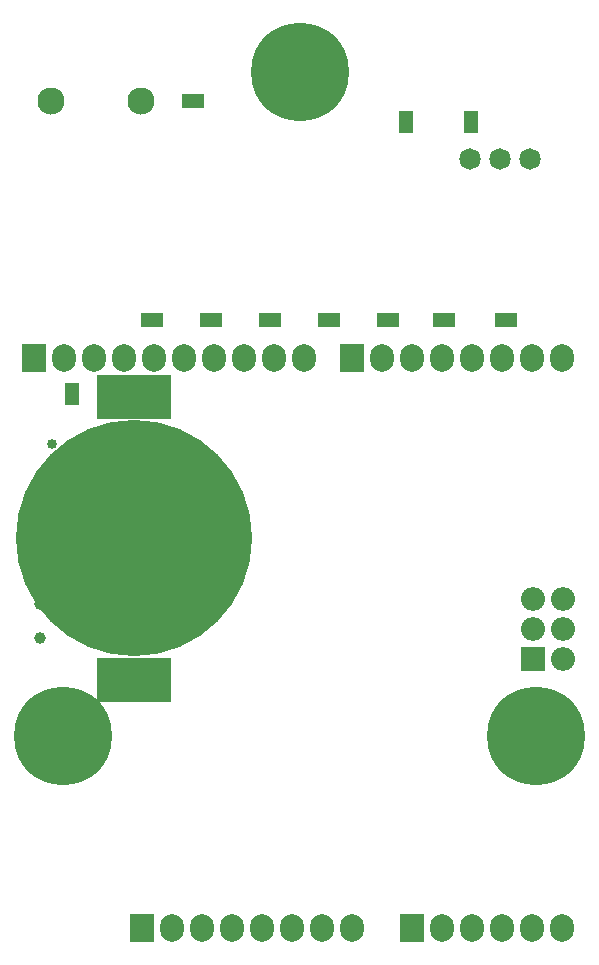
<source format=gbs>
G04 #@! TF.FileFunction,Soldermask,Bot*
%FSLAX46Y46*%
G04 Gerber Fmt 4.6, Leading zero omitted, Abs format (unit mm)*
G04 Created by KiCad (PCBNEW 4.0.0-rc1-stable) date 8/9/2016 10:19:07 PM*
%MOMM*%
G01*
G04 APERTURE LIST*
%ADD10C,0.100000*%
%ADD11C,0.150000*%
%ADD12R,2.027200X2.332000*%
%ADD13O,2.027200X2.332000*%
%ADD14R,2.027200X2.027200*%
%ADD15O,2.027200X2.027200*%
%ADD16C,2.300000*%
%ADD17R,0.900000X1.300000*%
%ADD18R,1.300000X0.900000*%
%ADD19C,1.000000*%
%ADD20R,6.300000X3.800000*%
%ADD21C,20.000000*%
%ADD22C,8.300000*%
%ADD23C,1.824000*%
%ADD24C,0.850000*%
G04 APERTURE END LIST*
D10*
D11*
X62127000Y-75492000D02*
X61873000Y-75492000D01*
X61873000Y-76508000D02*
X62127000Y-76508000D01*
X61873000Y-75492000D02*
X61873000Y-76508000D01*
X62000000Y-76508000D02*
X62000000Y-75492000D01*
X62127000Y-75492000D02*
X62127000Y-76508000D01*
X67127000Y-75492000D02*
X66873000Y-75492000D01*
X66873000Y-76508000D02*
X67127000Y-76508000D01*
X66873000Y-75492000D02*
X66873000Y-76508000D01*
X67000000Y-76508000D02*
X67000000Y-75492000D01*
X67127000Y-75492000D02*
X67127000Y-76508000D01*
X72127000Y-75492000D02*
X71873000Y-75492000D01*
X71873000Y-76508000D02*
X72127000Y-76508000D01*
X71873000Y-75492000D02*
X71873000Y-76508000D01*
X72000000Y-76508000D02*
X72000000Y-75492000D01*
X72127000Y-75492000D02*
X72127000Y-76508000D01*
X77127000Y-75492000D02*
X76873000Y-75492000D01*
X76873000Y-76508000D02*
X77127000Y-76508000D01*
X76873000Y-75492000D02*
X76873000Y-76508000D01*
X77000000Y-76508000D02*
X77000000Y-75492000D01*
X77127000Y-75492000D02*
X77127000Y-76508000D01*
X82127000Y-75492000D02*
X81873000Y-75492000D01*
X81873000Y-76508000D02*
X82127000Y-76508000D01*
X81873000Y-75492000D02*
X81873000Y-76508000D01*
X82000000Y-76508000D02*
X82000000Y-75492000D01*
X82127000Y-75492000D02*
X82127000Y-76508000D01*
X86877000Y-75492000D02*
X86623000Y-75492000D01*
X86623000Y-76508000D02*
X86877000Y-76508000D01*
X86623000Y-75492000D02*
X86623000Y-76508000D01*
X86750000Y-76508000D02*
X86750000Y-75492000D01*
X86877000Y-75492000D02*
X86877000Y-76508000D01*
X92127000Y-75492000D02*
X91873000Y-75492000D01*
X91873000Y-76508000D02*
X92127000Y-76508000D01*
X91873000Y-75492000D02*
X91873000Y-76508000D01*
X92000000Y-76508000D02*
X92000000Y-75492000D01*
X92127000Y-75492000D02*
X92127000Y-76508000D01*
X65373000Y-58008000D02*
X65627000Y-58008000D01*
X65627000Y-56992000D02*
X65373000Y-56992000D01*
X65627000Y-58008000D02*
X65627000Y-56992000D01*
X65500000Y-56992000D02*
X65500000Y-58008000D01*
X65373000Y-58008000D02*
X65373000Y-56992000D01*
X54742000Y-82123000D02*
X54742000Y-82377000D01*
X55758000Y-82377000D02*
X55758000Y-82123000D01*
X54742000Y-82377000D02*
X55758000Y-82377000D01*
X55758000Y-82250000D02*
X54742000Y-82250000D01*
X54742000Y-82123000D02*
X55758000Y-82123000D01*
X82992000Y-59123000D02*
X82992000Y-59377000D01*
X84008000Y-59377000D02*
X84008000Y-59123000D01*
X82992000Y-59377000D02*
X84008000Y-59377000D01*
X84008000Y-59250000D02*
X82992000Y-59250000D01*
X82992000Y-59123000D02*
X84008000Y-59123000D01*
X88492000Y-59123000D02*
X88492000Y-59377000D01*
X89508000Y-59377000D02*
X89508000Y-59123000D01*
X88492000Y-59377000D02*
X89508000Y-59377000D01*
X89508000Y-59250000D02*
X88492000Y-59250000D01*
X88492000Y-59123000D02*
X89508000Y-59123000D01*
D12*
X61144000Y-127500000D03*
D13*
X63684000Y-127500000D03*
X66224000Y-127500000D03*
X68764000Y-127500000D03*
X71304000Y-127500000D03*
X73844000Y-127500000D03*
X76384000Y-127500000D03*
X78924000Y-127500000D03*
D12*
X84004000Y-127500000D03*
D13*
X86544000Y-127500000D03*
X89084000Y-127500000D03*
X91624000Y-127500000D03*
X94164000Y-127500000D03*
X96704000Y-127500000D03*
D12*
X52000000Y-79240000D03*
D13*
X54540000Y-79240000D03*
X57080000Y-79240000D03*
X59620000Y-79240000D03*
X62160000Y-79240000D03*
X64700000Y-79240000D03*
X67240000Y-79240000D03*
X69780000Y-79240000D03*
X72320000Y-79240000D03*
X74860000Y-79240000D03*
D12*
X78924000Y-79240000D03*
D13*
X81464000Y-79240000D03*
X84004000Y-79240000D03*
X86544000Y-79240000D03*
X89084000Y-79240000D03*
X91624000Y-79240000D03*
X94164000Y-79240000D03*
X96704000Y-79240000D03*
D14*
X94304513Y-104730013D03*
D15*
X96844513Y-104730013D03*
X94304513Y-102190013D03*
X96844513Y-102190013D03*
X94304513Y-99650013D03*
X96844513Y-99650013D03*
D16*
X61049840Y-57500000D03*
X53450160Y-57500000D03*
D17*
X62500000Y-76000000D03*
X61500000Y-76000000D03*
X67500000Y-76000000D03*
X66500000Y-76000000D03*
X72500000Y-76000000D03*
X71500000Y-76000000D03*
X77500000Y-76000000D03*
X76500000Y-76000000D03*
X82500000Y-76000000D03*
X81500000Y-76000000D03*
X87250000Y-76000000D03*
X86250000Y-76000000D03*
X92500000Y-76000000D03*
X91500000Y-76000000D03*
X65000000Y-57500000D03*
X66000000Y-57500000D03*
D18*
X55250000Y-81750000D03*
X55250000Y-82750000D03*
X83500000Y-58750000D03*
X83500000Y-59750000D03*
D19*
X52500000Y-102950000D03*
X52500000Y-100050000D03*
D20*
X60500000Y-82500000D03*
D21*
X60500000Y-94500000D03*
D20*
X60500000Y-106500000D03*
D22*
X94500000Y-111250000D03*
D19*
X97500000Y-111250000D03*
X96621320Y-113371320D03*
X94500000Y-114250000D03*
X92378680Y-113371320D03*
X91500000Y-111250000D03*
X92378680Y-109128680D03*
X94500000Y-108250000D03*
X96621320Y-109128680D03*
D22*
X54500000Y-111250000D03*
D19*
X57500000Y-111250000D03*
X56621320Y-113371320D03*
X54500000Y-114250000D03*
X52378680Y-113371320D03*
X51500000Y-111250000D03*
X52378680Y-109128680D03*
X54500000Y-108250000D03*
X56621320Y-109128680D03*
D22*
X74500000Y-55000000D03*
D19*
X77500000Y-55000000D03*
X76621320Y-57121320D03*
X74500000Y-58000000D03*
X72378680Y-57121320D03*
X71500000Y-55000000D03*
X72378680Y-52878680D03*
X74500000Y-52000000D03*
X76621320Y-52878680D03*
D18*
X89000000Y-58750000D03*
X89000000Y-59750000D03*
D23*
X88960000Y-62350000D03*
X91500000Y-62350000D03*
X94040000Y-62350000D03*
D24*
X53585000Y-86519000D03*
X53585000Y-90519000D03*
M02*

</source>
